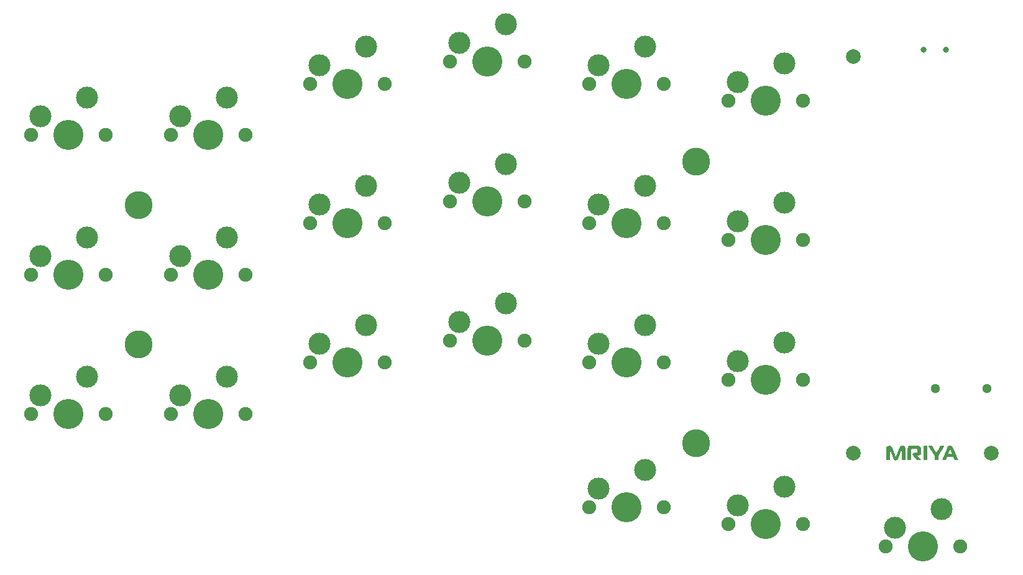
<source format=gts>
G04 #@! TF.GenerationSoftware,KiCad,Pcbnew,7.0.2*
G04 #@! TF.CreationDate,2023-04-26T23:45:07+03:00*
G04 #@! TF.ProjectId,mriya-left,6d726979-612d-46c6-9566-742e6b696361,0.9*
G04 #@! TF.SameCoordinates,Original*
G04 #@! TF.FileFunction,Soldermask,Top*
G04 #@! TF.FilePolarity,Negative*
%FSLAX46Y46*%
G04 Gerber Fmt 4.6, Leading zero omitted, Abs format (unit mm)*
G04 Created by KiCad (PCBNEW 7.0.2) date 2023-04-26 23:45:07*
%MOMM*%
%LPD*%
G01*
G04 APERTURE LIST*
%ADD10C,1.900000*%
%ADD11C,3.000000*%
%ADD12C,4.100000*%
%ADD13C,2.000000*%
%ADD14C,3.800000*%
%ADD15C,1.300000*%
%ADD16C,0.800000*%
G04 APERTURE END LIST*
G36*
X166952586Y-100300000D02*
G01*
X166952586Y-101274642D01*
X166702570Y-101274642D01*
X166452553Y-101274642D01*
X166452553Y-100300000D01*
X166452553Y-99325359D01*
X166702570Y-99325359D01*
X166952586Y-99325359D01*
X166952586Y-100300000D01*
G37*
G36*
X169267336Y-99378329D02*
G01*
X169258006Y-99393479D01*
X169240603Y-99421981D01*
X169215824Y-99462681D01*
X169184370Y-99514429D01*
X169146939Y-99576072D01*
X169104231Y-99646458D01*
X169056945Y-99724434D01*
X169005779Y-99808849D01*
X168951433Y-99898551D01*
X168894606Y-99992387D01*
X168847686Y-100069893D01*
X168461162Y-100708488D01*
X168461162Y-100991565D01*
X168461162Y-101274642D01*
X168211145Y-101274642D01*
X167961128Y-101274642D01*
X167961128Y-100991509D01*
X167961128Y-100708377D01*
X167545846Y-100020666D01*
X167486321Y-99922050D01*
X167429347Y-99827584D01*
X167375529Y-99738272D01*
X167325470Y-99655119D01*
X167279773Y-99579130D01*
X167239041Y-99511309D01*
X167203878Y-99452661D01*
X167174886Y-99404190D01*
X167152670Y-99366902D01*
X167137831Y-99341801D01*
X167130975Y-99329892D01*
X167130564Y-99329038D01*
X167138703Y-99328149D01*
X167161772Y-99327469D01*
X167197755Y-99327012D01*
X167244634Y-99326789D01*
X167300391Y-99326813D01*
X167363008Y-99327097D01*
X167398501Y-99327359D01*
X167666437Y-99329596D01*
X167937548Y-99789332D01*
X167985077Y-99869714D01*
X168030142Y-99945513D01*
X168072000Y-100015506D01*
X168109909Y-100078471D01*
X168143126Y-100133188D01*
X168170910Y-100178435D01*
X168192517Y-100212990D01*
X168207206Y-100235632D01*
X168214235Y-100245139D01*
X168214680Y-100245346D01*
X168219932Y-100237580D01*
X168233029Y-100216452D01*
X168253224Y-100183209D01*
X168279770Y-100139100D01*
X168311920Y-100085374D01*
X168348928Y-100023279D01*
X168390046Y-99954064D01*
X168434528Y-99878978D01*
X168481628Y-99799269D01*
X168490936Y-99783492D01*
X168761171Y-99325359D01*
X169030817Y-99325359D01*
X169300463Y-99325359D01*
X169267336Y-99378329D01*
G37*
G36*
X170145170Y-99302358D02*
G01*
X170215625Y-99310658D01*
X170277530Y-99325797D01*
X170277931Y-99325931D01*
X170339252Y-99355053D01*
X170393321Y-99398120D01*
X170437359Y-99452726D01*
X170450541Y-99475347D01*
X170456025Y-99487296D01*
X170467545Y-99513645D01*
X170484583Y-99553162D01*
X170506618Y-99604616D01*
X170533131Y-99666776D01*
X170563603Y-99738410D01*
X170597515Y-99818286D01*
X170634347Y-99905174D01*
X170673580Y-99997841D01*
X170714693Y-100095056D01*
X170757169Y-100195589D01*
X170800487Y-100298207D01*
X170844128Y-100401679D01*
X170887573Y-100504774D01*
X170930303Y-100606261D01*
X170971797Y-100704907D01*
X171011536Y-100799481D01*
X171049002Y-100888753D01*
X171083674Y-100971490D01*
X171115034Y-101046461D01*
X171142561Y-101112435D01*
X171165737Y-101168180D01*
X171184042Y-101212466D01*
X171196957Y-101244059D01*
X171203437Y-101260351D01*
X171204057Y-101264403D01*
X171201329Y-101267597D01*
X171193559Y-101270013D01*
X171179053Y-101271731D01*
X171156118Y-101272832D01*
X171123059Y-101273396D01*
X171078184Y-101273503D01*
X171019798Y-101273232D01*
X170946208Y-101272666D01*
X170943741Y-101272645D01*
X170678467Y-101270404D01*
X170590458Y-101047931D01*
X170502450Y-100825459D01*
X170092633Y-100825459D01*
X169682815Y-100825459D01*
X169594955Y-101047931D01*
X169507094Y-101270404D01*
X169246857Y-101272645D01*
X169167584Y-101273137D01*
X169104183Y-101273083D01*
X169055585Y-101272453D01*
X169020720Y-101271217D01*
X168998519Y-101269345D01*
X168987911Y-101266806D01*
X168986620Y-101265264D01*
X168989819Y-101256264D01*
X168999079Y-101232842D01*
X169013896Y-101196206D01*
X169033768Y-101147562D01*
X169058192Y-101088117D01*
X169086664Y-101019077D01*
X169118680Y-100941648D01*
X169153738Y-100857037D01*
X169191334Y-100766451D01*
X169230964Y-100671096D01*
X169272126Y-100572178D01*
X169314317Y-100470904D01*
X169327464Y-100439380D01*
X169808709Y-100439380D01*
X169816858Y-100440495D01*
X169839998Y-100441515D01*
X169876172Y-100442409D01*
X169923421Y-100443143D01*
X169979786Y-100443686D01*
X170043310Y-100444005D01*
X170093198Y-100444078D01*
X170170044Y-100444058D01*
X170231596Y-100443929D01*
X170279509Y-100443589D01*
X170315441Y-100442933D01*
X170341046Y-100441860D01*
X170357981Y-100440264D01*
X170367902Y-100438045D01*
X170372465Y-100435097D01*
X170373325Y-100431318D01*
X170372167Y-100426689D01*
X170366939Y-100412422D01*
X170356262Y-100385005D01*
X170340985Y-100346517D01*
X170321956Y-100299040D01*
X170300024Y-100244653D01*
X170276038Y-100185439D01*
X170250846Y-100123476D01*
X170225296Y-100060845D01*
X170200237Y-99999627D01*
X170176519Y-99941902D01*
X170154988Y-99889751D01*
X170136494Y-99845254D01*
X170121885Y-99810492D01*
X170112010Y-99787544D01*
X170107911Y-99778779D01*
X170097770Y-99761829D01*
X170081680Y-99778779D01*
X170076161Y-99788931D01*
X170065182Y-99812745D01*
X170049585Y-99848181D01*
X170030213Y-99893198D01*
X170007910Y-99945757D01*
X169983518Y-100003817D01*
X169957880Y-100065339D01*
X169931839Y-100128281D01*
X169906239Y-100190605D01*
X169881922Y-100250269D01*
X169859732Y-100305234D01*
X169840511Y-100353460D01*
X169825102Y-100392907D01*
X169814349Y-100421533D01*
X169809094Y-100437300D01*
X169808709Y-100439380D01*
X169327464Y-100439380D01*
X169357032Y-100368481D01*
X169399768Y-100266115D01*
X169442023Y-100165012D01*
X169483293Y-100066380D01*
X169523074Y-99971424D01*
X169560863Y-99881351D01*
X169596158Y-99797367D01*
X169628454Y-99720680D01*
X169657249Y-99652495D01*
X169682038Y-99594019D01*
X169702319Y-99546459D01*
X169717589Y-99511020D01*
X169727344Y-99488911D01*
X169730185Y-99482850D01*
X169756016Y-99441383D01*
X169789998Y-99400800D01*
X169827720Y-99365593D01*
X169864773Y-99340255D01*
X169875030Y-99335279D01*
X169931094Y-99317355D01*
X169998045Y-99305819D01*
X170071023Y-99300782D01*
X170145170Y-99302358D01*
G37*
G36*
X164881454Y-99326371D02*
G01*
X164974253Y-99326705D01*
X165081942Y-99327170D01*
X165160683Y-99327530D01*
X165281860Y-99328085D01*
X165387352Y-99328612D01*
X165478423Y-99329198D01*
X165556340Y-99329929D01*
X165622366Y-99330891D01*
X165677767Y-99332173D01*
X165723807Y-99333859D01*
X165761752Y-99336038D01*
X165792866Y-99338794D01*
X165818414Y-99342216D01*
X165839661Y-99346389D01*
X165857873Y-99351401D01*
X165874313Y-99357337D01*
X165890247Y-99364284D01*
X165906940Y-99372330D01*
X165921747Y-99379643D01*
X165977853Y-99413092D01*
X166023898Y-99454679D01*
X166061306Y-99503271D01*
X166097361Y-99570107D01*
X166126011Y-99650902D01*
X166146935Y-99744217D01*
X166159813Y-99848610D01*
X166164322Y-99962643D01*
X166164324Y-99965232D01*
X166159768Y-100094748D01*
X166146053Y-100210391D01*
X166123206Y-100312065D01*
X166091254Y-100399670D01*
X166050225Y-100473109D01*
X166009068Y-100523469D01*
X165959578Y-100566548D01*
X165904737Y-100598790D01*
X165842131Y-100621029D01*
X165769348Y-100634099D01*
X165683972Y-100638834D01*
X165674959Y-100638881D01*
X165637039Y-100639454D01*
X165606269Y-100640917D01*
X165586029Y-100643040D01*
X165579613Y-100645320D01*
X165585433Y-100652355D01*
X165602147Y-100670211D01*
X165628639Y-100697749D01*
X165663792Y-100733828D01*
X165706490Y-100777309D01*
X165755617Y-100827054D01*
X165810055Y-100881921D01*
X165868689Y-100940773D01*
X165891032Y-100963138D01*
X166202450Y-101274642D01*
X165892057Y-101274642D01*
X165581663Y-101274642D01*
X165362404Y-101022702D01*
X165311052Y-100963806D01*
X165260574Y-100906118D01*
X165212657Y-100851551D01*
X165168990Y-100802018D01*
X165131257Y-100759434D01*
X165101148Y-100725711D01*
X165080349Y-100702763D01*
X165079400Y-100701733D01*
X165049971Y-100668111D01*
X165022209Y-100633322D01*
X165000005Y-100602393D01*
X164990607Y-100587123D01*
X164977863Y-100561895D01*
X164970296Y-100539516D01*
X164966586Y-100513825D01*
X164965411Y-100478663D01*
X164965362Y-100469503D01*
X164967619Y-100416955D01*
X164975882Y-100377389D01*
X164991893Y-100347384D01*
X165017397Y-100323517D01*
X165049282Y-100304769D01*
X165065616Y-100296740D01*
X165080313Y-100290583D01*
X165095966Y-100285969D01*
X165115170Y-100282569D01*
X165140520Y-100280054D01*
X165174611Y-100278095D01*
X165220038Y-100276364D01*
X165279395Y-100274531D01*
X165290432Y-100274204D01*
X165363635Y-100271681D01*
X165422096Y-100268637D01*
X165468027Y-100264650D01*
X165503636Y-100259295D01*
X165531133Y-100252148D01*
X165552726Y-100242784D01*
X165570627Y-100230779D01*
X165585145Y-100217627D01*
X165608692Y-100186923D01*
X165625636Y-100147449D01*
X165636531Y-100097065D01*
X165641930Y-100033633D01*
X165642748Y-99994895D01*
X165641318Y-99928790D01*
X165635921Y-99876513D01*
X165625877Y-99835262D01*
X165610504Y-99802237D01*
X165589191Y-99774711D01*
X165575740Y-99761252D01*
X165562277Y-99750173D01*
X165547074Y-99741244D01*
X165528401Y-99734233D01*
X165504527Y-99728909D01*
X165473723Y-99725042D01*
X165434259Y-99722399D01*
X165384405Y-99720750D01*
X165322432Y-99719864D01*
X165246609Y-99719509D01*
X165175551Y-99719453D01*
X165095301Y-99719484D01*
X165030242Y-99719638D01*
X164978618Y-99720011D01*
X164938670Y-99720696D01*
X164908641Y-99721789D01*
X164886773Y-99723383D01*
X164871308Y-99725573D01*
X164860487Y-99728452D01*
X164852553Y-99732117D01*
X164845748Y-99736660D01*
X164845021Y-99737197D01*
X164825246Y-99758073D01*
X164811063Y-99783554D01*
X164810973Y-99783810D01*
X164809057Y-99793951D01*
X164807363Y-99813290D01*
X164805882Y-99842594D01*
X164804603Y-99882630D01*
X164803514Y-99934165D01*
X164802605Y-99997966D01*
X164801866Y-100074799D01*
X164801286Y-100165432D01*
X164800853Y-100270630D01*
X164800558Y-100391162D01*
X164800390Y-100527793D01*
X164800379Y-100543661D01*
X164799900Y-101274642D01*
X164549692Y-101274642D01*
X164299484Y-101274642D01*
X164301794Y-100399583D01*
X164302148Y-100254407D01*
X164302447Y-100125186D01*
X164302766Y-100010925D01*
X164303181Y-99910629D01*
X164303765Y-99823303D01*
X164304593Y-99747952D01*
X164305739Y-99683581D01*
X164307278Y-99629195D01*
X164309285Y-99583800D01*
X164311833Y-99546400D01*
X164314998Y-99516000D01*
X164318855Y-99491606D01*
X164323476Y-99472223D01*
X164328938Y-99456854D01*
X164335314Y-99444507D01*
X164342679Y-99434185D01*
X164351108Y-99424894D01*
X164360675Y-99415639D01*
X164371455Y-99405425D01*
X164376630Y-99400341D01*
X164405588Y-99374678D01*
X164435202Y-99357141D01*
X164473419Y-99343076D01*
X164475385Y-99342475D01*
X164486772Y-99339116D01*
X164498084Y-99336215D01*
X164510569Y-99333744D01*
X164525472Y-99331675D01*
X164544043Y-99329983D01*
X164567526Y-99328639D01*
X164597171Y-99327616D01*
X164634223Y-99326888D01*
X164679931Y-99326426D01*
X164735540Y-99326204D01*
X164802299Y-99326195D01*
X164881454Y-99326371D01*
G37*
G36*
X161847329Y-99310844D02*
G01*
X161905508Y-99317344D01*
X161926039Y-99321459D01*
X161999603Y-99346861D01*
X162067356Y-99385964D01*
X162126500Y-99436526D01*
X162174235Y-99496308D01*
X162197814Y-99539038D01*
X162204744Y-99555715D01*
X162216924Y-99586925D01*
X162233831Y-99631262D01*
X162254942Y-99687322D01*
X162279732Y-99753700D01*
X162307680Y-99828992D01*
X162338262Y-99911792D01*
X162370954Y-100000696D01*
X162405234Y-100094300D01*
X162434575Y-100174712D01*
X162469346Y-100270001D01*
X162502629Y-100360899D01*
X162533944Y-100446108D01*
X162562808Y-100524333D01*
X162588739Y-100594275D01*
X162611254Y-100654639D01*
X162629873Y-100704127D01*
X162644113Y-100741443D01*
X162653491Y-100765288D01*
X162657379Y-100774165D01*
X162675005Y-100792879D01*
X162693699Y-100794897D01*
X162708112Y-100785278D01*
X162713430Y-100774998D01*
X162724021Y-100750042D01*
X162739405Y-100711676D01*
X162759099Y-100661167D01*
X162782622Y-100599782D01*
X162809492Y-100528788D01*
X162839226Y-100449450D01*
X162871344Y-100363036D01*
X162905362Y-100270813D01*
X162940799Y-100174046D01*
X162944257Y-100164566D01*
X162980065Y-100066640D01*
X163014662Y-99972538D01*
X163047545Y-99883599D01*
X163078210Y-99801162D01*
X163106153Y-99726566D01*
X163130872Y-99661150D01*
X163151861Y-99606252D01*
X163168619Y-99563211D01*
X163180640Y-99533367D01*
X163187421Y-99518057D01*
X163187608Y-99517708D01*
X163231936Y-99451119D01*
X163285510Y-99397861D01*
X163349052Y-99357523D01*
X163423284Y-99329693D01*
X163508927Y-99313959D01*
X163550256Y-99310770D01*
X163645225Y-99311659D01*
X163730928Y-99323817D01*
X163805744Y-99346959D01*
X163836288Y-99361335D01*
X163878836Y-99388133D01*
X163911431Y-99419585D01*
X163938583Y-99460581D01*
X163951622Y-99486387D01*
X163973574Y-99533000D01*
X163973574Y-100405940D01*
X163973574Y-101278879D01*
X163728351Y-101281130D01*
X163665414Y-101281466D01*
X163607958Y-101281309D01*
X163558178Y-101280701D01*
X163518264Y-101279687D01*
X163490410Y-101278309D01*
X163476807Y-101276610D01*
X163475926Y-101276179D01*
X163474922Y-101266778D01*
X163474188Y-101241710D01*
X163473721Y-101202258D01*
X163473516Y-101149702D01*
X163473570Y-101085324D01*
X163473877Y-101010407D01*
X163474434Y-100926230D01*
X163475237Y-100834077D01*
X163476281Y-100735229D01*
X163477562Y-100630966D01*
X163478168Y-100586036D01*
X163479900Y-100458999D01*
X163481333Y-100347853D01*
X163482444Y-100251540D01*
X163483205Y-100169003D01*
X163483591Y-100099182D01*
X163483578Y-100041022D01*
X163483138Y-99993464D01*
X163482246Y-99955451D01*
X163480877Y-99925925D01*
X163479004Y-99903829D01*
X163476603Y-99888104D01*
X163473648Y-99877694D01*
X163470112Y-99871540D01*
X163465970Y-99868586D01*
X163461196Y-99867772D01*
X163460725Y-99867768D01*
X163450779Y-99874151D01*
X163439253Y-99888357D01*
X163434234Y-99899569D01*
X163424015Y-99925435D01*
X163409082Y-99964639D01*
X163389920Y-100015865D01*
X163367014Y-100077799D01*
X163340847Y-100149124D01*
X163311905Y-100228525D01*
X163280672Y-100314687D01*
X163247634Y-100406295D01*
X163218309Y-100487973D01*
X163183726Y-100584279D01*
X163150248Y-100677080D01*
X163118396Y-100764959D01*
X163088691Y-100846498D01*
X163061655Y-100920279D01*
X163037809Y-100984884D01*
X163017672Y-101038895D01*
X163001767Y-101080894D01*
X162990614Y-101109463D01*
X162985504Y-101121608D01*
X162951172Y-101183864D01*
X162912591Y-101230950D01*
X162868405Y-101264400D01*
X162851214Y-101273238D01*
X162827508Y-101283111D01*
X162804551Y-101289677D01*
X162777631Y-101293710D01*
X162742036Y-101295984D01*
X162706540Y-101297007D01*
X162666044Y-101297478D01*
X162630563Y-101297171D01*
X162604261Y-101296165D01*
X162592126Y-101294795D01*
X162528938Y-101273459D01*
X162478199Y-101243412D01*
X162436700Y-101202082D01*
X162401234Y-101146897D01*
X162396632Y-101138046D01*
X162390061Y-101122745D01*
X162378340Y-101092825D01*
X162361968Y-101049649D01*
X162341446Y-100994578D01*
X162317273Y-100928976D01*
X162289949Y-100854203D01*
X162259974Y-100771622D01*
X162227848Y-100682596D01*
X162194069Y-100588487D01*
X162159615Y-100491993D01*
X162125012Y-100395170D01*
X162091772Y-100302816D01*
X162060369Y-100216205D01*
X162031274Y-100136609D01*
X162004961Y-100065301D01*
X161981902Y-100003556D01*
X161962569Y-99952647D01*
X161947435Y-99913846D01*
X161936973Y-99888427D01*
X161931656Y-99877663D01*
X161931546Y-99877545D01*
X161919850Y-99868375D01*
X161911085Y-99872454D01*
X161905121Y-99879982D01*
X161902890Y-99884973D01*
X161900941Y-99894229D01*
X161899255Y-99908800D01*
X161897814Y-99929735D01*
X161896602Y-99958083D01*
X161895598Y-99994892D01*
X161894786Y-100041213D01*
X161894148Y-100098094D01*
X161893665Y-100166585D01*
X161893319Y-100247735D01*
X161893093Y-100342592D01*
X161892968Y-100452207D01*
X161892927Y-100577628D01*
X161892927Y-100589775D01*
X161892927Y-101283117D01*
X161646994Y-101283117D01*
X161401062Y-101283117D01*
X161403334Y-100403821D01*
X161405606Y-99524525D01*
X161425093Y-99482149D01*
X161457533Y-99429502D01*
X161502305Y-99386605D01*
X161560192Y-99352925D01*
X161631978Y-99327929D01*
X161661843Y-99320854D01*
X161718570Y-99312583D01*
X161782708Y-99309251D01*
X161847329Y-99310844D01*
G37*
D10*
X120920000Y-50000000D03*
D11*
X122190000Y-47460000D03*
D12*
X126000000Y-50000000D03*
D11*
X128540000Y-44920000D03*
D10*
X131080000Y-50000000D03*
D13*
X156900000Y-46300000D03*
D10*
X101920000Y-85000000D03*
D11*
X103190000Y-82460000D03*
D12*
X107000000Y-85000000D03*
D11*
X109540000Y-79920000D03*
D10*
X112080000Y-85000000D03*
D14*
X135500000Y-60650000D03*
D10*
X82920000Y-69000000D03*
D11*
X84190000Y-66460000D03*
D12*
X88000000Y-69000000D03*
D11*
X90540000Y-63920000D03*
D10*
X93080000Y-69000000D03*
X44920000Y-76000000D03*
D11*
X46190000Y-73460000D03*
D12*
X50000000Y-76000000D03*
D11*
X52540000Y-70920000D03*
D10*
X55080000Y-76000000D03*
X139920000Y-110000000D03*
D11*
X141190000Y-107460000D03*
D12*
X145000000Y-110000000D03*
D11*
X147540000Y-104920000D03*
D10*
X150080000Y-110000000D03*
X82920000Y-88000000D03*
D11*
X84190000Y-85460000D03*
D12*
X88000000Y-88000000D03*
D11*
X90540000Y-82920000D03*
D10*
X93080000Y-88000000D03*
D13*
X156900000Y-100300000D03*
D14*
X59500000Y-85500000D03*
D10*
X139920000Y-52300000D03*
D11*
X141190000Y-49760000D03*
D12*
X145000000Y-52300000D03*
D11*
X147540000Y-47220000D03*
D10*
X150080000Y-52300000D03*
X63920000Y-57000000D03*
D11*
X65190000Y-54460000D03*
D12*
X69000000Y-57000000D03*
D11*
X71540000Y-51920000D03*
D10*
X74080000Y-57000000D03*
D13*
X175700000Y-100300000D03*
D10*
X139920000Y-71300000D03*
D11*
X141190000Y-68760000D03*
D12*
X145000000Y-71300000D03*
D11*
X147540000Y-66220000D03*
D10*
X150080000Y-71300000D03*
D15*
X175100000Y-91500000D03*
X168100000Y-91500000D03*
D10*
X120920000Y-69000000D03*
D11*
X122190000Y-66460000D03*
D12*
X126000000Y-69000000D03*
D11*
X128540000Y-63920000D03*
D10*
X131080000Y-69000000D03*
X44920000Y-95000000D03*
D11*
X46190000Y-92460000D03*
D12*
X50000000Y-95000000D03*
D11*
X52540000Y-89920000D03*
D10*
X55080000Y-95000000D03*
D14*
X135500000Y-99000000D03*
D10*
X161320000Y-113000000D03*
D11*
X162590000Y-110460000D03*
D12*
X166400000Y-113000000D03*
D11*
X168940000Y-107920000D03*
D10*
X171480000Y-113000000D03*
X82920000Y-50000000D03*
D11*
X84190000Y-47460000D03*
D12*
X88000000Y-50000000D03*
D11*
X90540000Y-44920000D03*
D10*
X93080000Y-50000000D03*
X63920000Y-95000000D03*
D11*
X65190000Y-92460000D03*
D12*
X69000000Y-95000000D03*
D11*
X71540000Y-89920000D03*
D10*
X74080000Y-95000000D03*
X120920000Y-107700000D03*
D11*
X122190000Y-105160000D03*
D12*
X126000000Y-107700000D03*
D11*
X128540000Y-102620000D03*
D10*
X131080000Y-107700000D03*
X44920000Y-57000000D03*
D11*
X46190000Y-54460000D03*
D12*
X50000000Y-57000000D03*
D11*
X52540000Y-51920000D03*
D10*
X55080000Y-57000000D03*
X101920000Y-47000000D03*
D11*
X103190000Y-44460000D03*
D12*
X107000000Y-47000000D03*
D11*
X109540000Y-41920000D03*
D10*
X112080000Y-47000000D03*
X139920000Y-90300000D03*
D11*
X141190000Y-87760000D03*
D12*
X145000000Y-90300000D03*
D11*
X147540000Y-85220000D03*
D10*
X150080000Y-90300000D03*
X101920000Y-66000000D03*
D11*
X103190000Y-63460000D03*
D12*
X107000000Y-66000000D03*
D11*
X109540000Y-60920000D03*
D10*
X112080000Y-66000000D03*
X63920000Y-76000000D03*
D11*
X65190000Y-73460000D03*
D12*
X69000000Y-76000000D03*
D11*
X71540000Y-70920000D03*
D10*
X74080000Y-76000000D03*
X120920000Y-88000000D03*
D11*
X122190000Y-85460000D03*
D12*
X126000000Y-88000000D03*
D11*
X128540000Y-82920000D03*
D10*
X131080000Y-88000000D03*
D14*
X59500000Y-66500000D03*
D16*
X166500000Y-45400000D03*
X169500000Y-45400000D03*
M02*

</source>
